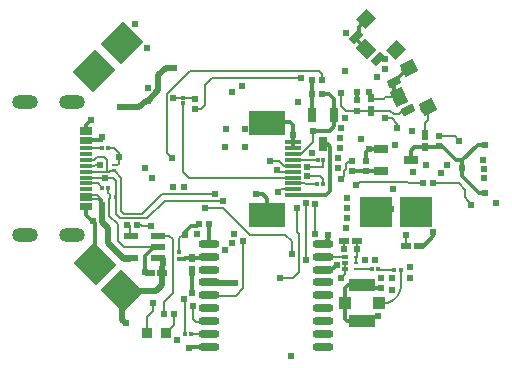
<source format=gbl>
G04 Layer: BottomLayer*
G04 Panelize: , Column: 1, Row: 1, Board Size: 43.14mm x 33.02mm, Panelized Board Size: 43.14mm x 33.02mm*
G04 EasyEDA v6.5.37, 2023-11-04 14:50:19*
G04 5fb9839a784f4b4dba235304687c7bf2,9a4ed40c0dd746429eaf55b84663d2fb,10*
G04 Gerber Generator version 0.2*
G04 Scale: 100 percent, Rotated: No, Reflected: No *
G04 Dimensions in millimeters *
G04 leading zeros omitted , absolute positions ,4 integer and 5 decimal *
%FSLAX45Y45*%
%MOMM*%

%AMMACRO1*21,1,$1,$2,0,0,$3*%
%ADD10C,0.2000*%
%ADD11C,0.3000*%
%ADD12C,0.1600*%
%ADD13C,0.5000*%
%ADD14C,0.2110*%
%ADD15C,0.2032*%
%ADD16MACRO1,0.7X1.25X-90.0000*%
%ADD17MACRO1,0.7X1.25X0.0000*%
%ADD18MACRO1,0.324X0.3031X-90.0000*%
%ADD19R,0.3240X0.3031*%
%ADD20MACRO1,0.324X0.3031X0.0000*%
%ADD21MACRO1,0.27X0.25X0.0000*%
%ADD22MACRO1,0.27X0.25X90.0000*%
%ADD23MACRO1,2.7X2.5X-45.0000*%
%ADD24MACRO1,2.7X2.5X-44.9996*%
%ADD25MACRO1,0.8X0.8X90.0000*%
%ADD26MACRO1,0.2997X1.0998X90.0000*%
%ADD27MACRO1,0.3023X1.0998X90.0000*%
%ADD28MACRO1,0.49X1.157X-90.0000*%
%ADD29MACRO1,0.49X1.175X-90.0000*%
%ADD30MACRO1,0.324X0.3031X90.0000*%
%ADD31MACRO1,2.7X2.5X0.0000*%
%ADD32MACRO1,0.3X1.3X90.0000*%
%ADD33MACRO1,2X3X90.0000*%
%ADD34MACRO1,2.7X2.5X-135.0000*%
%ADD35MACRO1,2.7X2.5X-134.9996*%
%ADD36O,1.7729962X0.6999986*%
%ADD37MACRO1,2.2X1.1X0.0000*%
%ADD38MACRO1,1.05X1X-90.0000*%
%ADD39R,0.4250X0.2800*%
%ADD40MACRO1,0.425X0.28X0.0000*%
%ADD41MACRO1,0.324X0.3685X-90.0000*%
%ADD42MACRO1,0.54X0.7901X90.0000*%
%ADD43R,0.5400X0.5657*%
%ADD44MACRO1,0.54X0.5656X0.0000*%
%ADD45MACRO1,0.54X0.5656X90.0000*%
%ADD46MACRO1,0.54X0.7901X-90.0000*%
%ADD47R,0.5400X0.7901*%
%ADD48MACRO1,0.54X0.7901X0.0000*%
%ADD49R,0.3240X0.3684*%
%ADD50MACRO1,0.324X0.3685X0.0000*%
%ADD51MACRO1,0.54X0.5656X-90.0000*%
%ADD52MACRO1,0.7X1.1X134.9985*%
%ADD53MACRO1,0.7X1.1X135.0015*%
%ADD54MACRO1,1.4X1.1X135.0000*%
%ADD55MACRO1,1.15X1.2X135.0009*%
%ADD56MACRO1,0.7X1.1X116.0007*%
%ADD57MACRO1,1.4X1.1X115.9997*%
%ADD58MACRO1,1.15X1.2X115.9997*%
%ADD59O,2.1999956000000003X1.1999976*%
%ADD60C,0.8000*%
%ADD61C,0.6096*%
%ADD62C,0.6200*%
%ADD63C,0.0160*%

%LPD*%
D10*
X-397499Y172463D02*
G01*
X-340883Y172463D01*
X-312668Y144254D01*
X-312668Y-236225D01*
X-313179Y-236735D01*
X-313179Y-310395D01*
D11*
X-544319Y-131833D02*
G01*
X-544319Y518D01*
X-467276Y77561D01*
X-397426Y77561D01*
X962230Y-109888D02*
G01*
X1039700Y-109888D01*
X1079070Y-70518D01*
D10*
X1622043Y-230631D02*
G01*
X1622043Y-230631D01*
X1620812Y-110459D01*
X1433146Y-394114D02*
G01*
X1503172Y-394207D01*
X-480997Y-391574D02*
G01*
X-480743Y-463710D01*
X-526463Y-509938D01*
X-526463Y-646082D01*
D12*
X-386433Y-490735D02*
G01*
X-386433Y-383651D01*
X-313176Y-310395D01*
X-366445Y-646841D02*
G01*
X-299869Y-580265D01*
X-299869Y-490735D01*
D11*
X2141222Y746498D02*
G01*
X2141222Y817219D01*
X2271260Y947257D01*
X2331684Y947257D01*
X2141222Y746498D02*
G01*
X2141222Y679582D01*
X2279185Y541619D01*
X2333470Y541619D01*
D13*
X-520113Y1319877D02*
G01*
X-434261Y1405729D01*
X-434261Y1535269D01*
X-370253Y1599277D01*
X-299641Y1599277D01*
D12*
X955626Y1494629D02*
G01*
X955626Y1548985D01*
X929972Y1574639D01*
X-164513Y1574639D01*
X-362633Y1376519D01*
X-362633Y876901D01*
X-318691Y832959D01*
D13*
X-758111Y1265013D02*
G01*
X-593011Y1266029D01*
X-538909Y1319877D01*
X-520113Y1319877D01*
D11*
X1241717Y1858746D02*
G01*
X1264920Y1881949D01*
X1264920Y1943354D01*
X1321287Y1999721D01*
X1321287Y2012543D01*
D12*
X1804494Y619599D02*
G01*
X1687908Y619599D01*
X1673176Y634331D01*
X1271094Y634331D01*
X1240868Y604105D01*
D11*
X1562684Y1475554D02*
G01*
X1682193Y1595064D01*
X1687977Y1595064D01*
D10*
X-1045385Y999075D02*
G01*
X-907463Y999075D01*
X-907463Y1011775D01*
D11*
X962304Y110004D02*
G01*
X1000000Y147701D01*
X1000000Y180078D01*
X1148158Y-394114D02*
G01*
X1148158Y-265844D01*
X1170002Y-244000D01*
X1290652Y-244000D01*
X1290652Y-543974D02*
G01*
X1164668Y-543974D01*
X1148158Y-527718D01*
X1148158Y-394114D01*
X1290657Y-243987D02*
G01*
X1314645Y-267977D01*
X1452628Y-267977D01*
D10*
X1112522Y653280D02*
G01*
X1139700Y680458D01*
X1139700Y725086D01*
X1156616Y742002D01*
X1156616Y786030D01*
X1180706Y810120D01*
X1208788Y810120D01*
X706706Y868773D02*
G01*
X775540Y868773D01*
X878410Y971643D01*
X878410Y1064607D01*
X706617Y568868D02*
G01*
X602914Y568868D01*
X580138Y546092D01*
D12*
X596140Y-181109D02*
G01*
X710412Y-181109D01*
X757504Y-134015D01*
X757504Y157827D01*
X757504Y157827D02*
G01*
X757504Y191439D01*
X737618Y211325D01*
X737618Y410202D01*
X-255777Y35813D02*
G01*
X-255777Y154790D01*
X-227187Y183380D01*
X-206499Y183380D01*
D10*
X45798Y528921D02*
G01*
X-402511Y528921D01*
X-568373Y363059D01*
X-722043Y363059D01*
X-746173Y387189D01*
X-746173Y667351D01*
X-800529Y721707D01*
X-852599Y721707D01*
D11*
X-89004Y271769D02*
G01*
X-103725Y257047D01*
X-160776Y257047D01*
X-206499Y211325D01*
X-206499Y183380D01*
X-177213Y-774098D02*
G01*
X-173116Y-770001D01*
X0Y-770001D01*
X-149349Y-124112D02*
G01*
X-151884Y-126646D01*
X-151884Y-306837D01*
D10*
X-812467Y770983D02*
G01*
X-785289Y770983D01*
X-769033Y787239D01*
X-769033Y842611D01*
X-769033Y842611D02*
G01*
X-769033Y879949D01*
X-805609Y916271D01*
X-861743Y916271D01*
X-628878Y264413D02*
G01*
X-576577Y263144D01*
X-575045Y261612D01*
X-495297Y261612D01*
X-847265Y491583D02*
G01*
X-847265Y344263D01*
X-774875Y271873D01*
X-774875Y130903D01*
X-721535Y77563D01*
X-397431Y77563D01*
D13*
X-676831Y-17432D02*
G01*
X-725853Y-17432D01*
X-859203Y115917D01*
X-859203Y239615D01*
X-910257Y290669D01*
X-910257Y433925D01*
D10*
X-858187Y581499D02*
G01*
X-858187Y541621D01*
X-842947Y526127D01*
X-842947Y506569D01*
D11*
X-989073Y302252D02*
G01*
X-971951Y285130D01*
X-971951Y-60904D01*
X-1045448Y438960D02*
G01*
X-1047493Y355597D01*
X-994150Y302252D01*
X-989073Y302252D01*
X-1045385Y1048857D02*
G01*
X-1042334Y1051907D01*
X-1042334Y1111575D01*
X-1001773Y1152136D01*
X1321818Y809591D02*
G01*
X1321818Y885977D01*
X1350337Y914496D01*
X1350342Y914493D02*
G01*
X1350342Y914493D01*
X1455752Y914493D01*
X706706Y519015D02*
G01*
X989916Y519015D01*
X1022428Y551527D01*
X1022428Y929479D01*
X1000330Y951323D01*
X961214Y951323D01*
X1771545Y91942D02*
G01*
X1813044Y91942D01*
X1891794Y170693D01*
X1891794Y203700D01*
D10*
X1662503Y185132D02*
G01*
X1662534Y185102D01*
X1662534Y91940D01*
D11*
X1824992Y923383D02*
G01*
X1735406Y923383D01*
X1705688Y893665D01*
X1705688Y819500D01*
X1321818Y723028D02*
G01*
X1454282Y723028D01*
X1455757Y724504D01*
X1208788Y723536D02*
G01*
X1321315Y723536D01*
X1321823Y723028D01*
X1056210Y1201259D02*
G01*
X1056210Y1101437D01*
X1019380Y1064607D01*
X878410Y1064607D01*
D10*
X1365585Y1343766D02*
G01*
X1373057Y1336294D01*
X1475231Y1336294D01*
X1488823Y1349885D01*
X1607271Y1349885D01*
D11*
X1246202Y1321147D02*
G01*
X1247726Y1391759D01*
X487332Y353903D02*
G01*
X487332Y488027D01*
X448828Y526534D01*
X392940Y526534D01*
X487329Y1133911D02*
G01*
X491337Y1137920D01*
X681227Y1137920D01*
X706627Y1112520D01*
X706627Y1032763D01*
X706681Y968910D02*
G01*
X706630Y968961D01*
X706630Y1032756D01*
X706683Y918926D02*
G01*
X706683Y968913D01*
X1324815Y1754459D02*
G01*
X1241717Y1837557D01*
X1241717Y1858746D01*
X1607271Y1349885D02*
G01*
X1562684Y1394472D01*
X1562684Y1475554D01*
X-255775Y-19057D02*
G01*
X-210106Y-19057D01*
X-206143Y-15097D01*
X-149354Y-15097D01*
D10*
X113362Y470247D02*
G01*
X-380159Y470247D01*
X-526971Y323435D01*
X-754301Y323435D01*
X-794433Y363567D01*
X-794433Y635855D01*
X-820341Y661763D01*
X-884095Y661763D01*
D12*
X1429128Y1671368D02*
G01*
X1432232Y1668264D01*
X1485394Y1668264D01*
X-119555Y1247995D02*
G01*
X-71549Y1247995D01*
X-40053Y1279491D01*
X-40053Y1451957D01*
X19636Y1511647D01*
X774700Y1509776D01*
X1246207Y1234531D02*
G01*
X1154257Y1234531D01*
X1110744Y1278044D01*
X1110744Y1380990D01*
X1110744Y1380990D02*
G01*
X1110744Y1412742D01*
X1112014Y1414012D01*
D10*
X1149581Y-105801D02*
G01*
X1149581Y-148369D01*
X1116840Y-181109D01*
D12*
X1940816Y1020157D02*
G01*
X2077107Y1020157D01*
X2116071Y981196D01*
X1486489Y1170132D02*
G01*
X1542361Y1170132D01*
X1588264Y1124231D01*
X1588264Y1088890D01*
D11*
X1940813Y933594D02*
G01*
X1930600Y923383D01*
X1824992Y923383D01*
D12*
X963780Y818596D02*
G01*
X963780Y760722D01*
X827280Y760722D01*
X913208Y617059D02*
G01*
X706706Y618837D01*
X961499Y617174D02*
G01*
X961499Y654194D01*
X937775Y677918D01*
X827534Y677918D01*
X706681Y818923D02*
G01*
X812545Y818923D01*
X812886Y818583D01*
X915469Y818583D01*
X706683Y768913D02*
G01*
X627578Y768913D01*
X590710Y805781D01*
X514682Y805781D01*
X820168Y-28455D02*
G01*
X820168Y245866D01*
X815599Y250436D01*
X815599Y451858D01*
X706704Y718911D02*
G01*
X586897Y718911D01*
X574296Y731512D01*
X696038Y18127D02*
G01*
X696038Y132173D01*
X643204Y185008D01*
X341703Y185008D01*
X112953Y413758D01*
X-40891Y413758D01*
X706706Y668875D02*
G01*
X-173149Y668875D01*
X-223695Y719421D01*
X-223695Y1297017D01*
D10*
X78Y-330106D02*
G01*
X221058Y-330106D01*
X286082Y-265082D01*
X286082Y129379D01*
X1141989Y63235D02*
G01*
X1137262Y67965D01*
X1137262Y134866D01*
X1149581Y-55811D02*
G01*
X1149581Y-99580D01*
X1142039Y-107121D01*
X1237084Y-5798D02*
G01*
X1246281Y3398D01*
X1246281Y61368D01*
X1246278Y61371D02*
G01*
X1246278Y134866D01*
X1237084Y-55811D02*
G01*
X1237084Y-14655D01*
X1229550Y-7122D01*
X1427736Y-108465D02*
G01*
X1429765Y-110495D01*
X1565429Y-110495D01*
X1237079Y-105801D02*
G01*
X1370208Y-105801D01*
X1372872Y-108465D01*
X1149581Y-5798D02*
G01*
X1143784Y-2D01*
X962304Y-2D01*
D12*
X895352Y193286D02*
G01*
X895431Y193365D01*
X895431Y441037D01*
D13*
X-5Y-219989D02*
G01*
X5311Y-225305D01*
X213108Y-225305D01*
D10*
X81Y-550072D02*
G01*
X-7284Y-557184D01*
X-111168Y-557184D01*
X-142745Y-525607D01*
X-142745Y-420123D01*
X-208810Y-658624D02*
G01*
X-208810Y-367012D01*
X-212595Y-363227D01*
X-160449Y-658528D02*
G01*
X78Y-660052D01*
D13*
X-398132Y-143002D02*
G01*
X-398132Y-239890D01*
X-454416Y-296171D01*
X-736699Y-296171D01*
X-397431Y-17432D02*
G01*
X-398193Y-142908D01*
X-706046Y-566580D02*
G01*
X-736699Y-535924D01*
X-736699Y-296171D01*
D10*
X-1045461Y968923D02*
G01*
X-1035215Y979167D01*
X-911092Y979167D01*
X-907539Y982723D01*
X-907539Y1011674D01*
X-1045448Y488995D02*
G01*
X-945436Y488995D01*
X-910333Y453895D01*
X-910333Y433824D01*
X-1045461Y518972D02*
G01*
X-953571Y518972D01*
X-910333Y475734D01*
X-910333Y433824D01*
X-1045385Y818989D02*
G01*
X-973757Y818989D01*
X-952167Y840579D01*
X-892477Y840579D01*
X-865299Y813655D01*
X-865299Y721707D01*
X-677186Y264406D02*
G01*
X-677186Y172918D01*
X-676826Y172557D01*
X-906523Y581398D02*
G01*
X-944029Y618904D01*
X-1045461Y618904D01*
X-1045385Y718913D02*
G01*
X-854377Y718913D01*
X-1045461Y668837D02*
G01*
X-891346Y668837D01*
X-884171Y661662D01*
X-1045385Y768951D02*
G01*
X-979345Y767935D01*
X-970709Y776571D01*
X-924989Y776571D01*
X-1045461Y919022D02*
G01*
X-1042609Y916170D01*
X-910104Y916170D01*
D11*
X81Y110073D02*
G01*
X-2435Y112590D01*
X-2435Y271772D01*
X-149349Y-15095D02*
G01*
X-15097Y-15095D01*
X-5Y-2D01*
X1056215Y1201361D02*
G01*
X1056215Y1333451D01*
X1015809Y1373852D01*
X952941Y1373852D01*
X866223Y1201361D02*
G01*
X869175Y1204313D01*
X869175Y1494502D01*
D12*
X1678863Y1237378D02*
G01*
X1641358Y1237366D01*
X1607139Y1203154D01*
X1559664Y1203154D01*
X1528284Y1234531D01*
X1246207Y1234531D01*
D14*
X-223695Y1345404D02*
G01*
X-130403Y1345404D01*
X-130403Y1345402D01*
X-119550Y1334556D01*
D15*
X-304975Y1344109D02*
G01*
X-303682Y1345402D01*
X-223692Y1345402D01*
D11*
X1940816Y933594D02*
G01*
X1968860Y933594D01*
X2085238Y817219D01*
X2141222Y817219D01*
D12*
X1891108Y619599D02*
G01*
X2109040Y619599D01*
X2164158Y564227D01*
X2164158Y501997D01*
X2215720Y438243D01*
D10*
X1825068Y1032349D02*
G01*
X1825068Y1134203D01*
X1850214Y1159349D01*
X1850214Y1262473D01*
D16*
G01*
X1705688Y819497D03*
G01*
X1455752Y914493D03*
G01*
X1455752Y724501D03*
D17*
G01*
X961214Y951323D03*
G01*
X1056210Y1201259D03*
G01*
X866218Y1201259D03*
D18*
G01*
X961494Y617059D03*
G01*
X913183Y617059D03*
D19*
G01*
X-223695Y1345303D03*
D20*
G01*
X-223695Y1296992D03*
D18*
G01*
X963780Y818481D03*
G01*
X915469Y818481D03*
D21*
G01*
X-812467Y728692D03*
G01*
X-812467Y771110D03*
D22*
G01*
X-800402Y506569D03*
G01*
X-842820Y506569D03*
D23*
G01*
X-971875Y-60822D03*
D24*
G01*
X-736620Y-296076D03*
D25*
G01*
X-366565Y-646828D03*
G01*
X-526465Y-646127D03*
D26*
G01*
X-1045382Y488970D03*
G01*
X-1045382Y518942D03*
G01*
X-1045382Y568980D03*
D27*
G01*
X-1045382Y618891D03*
D26*
G01*
X-1045382Y668802D03*
G01*
X-1045382Y718840D03*
G01*
X-1045382Y768878D03*
G01*
X-1045382Y818916D03*
G01*
X-1045382Y868954D03*
G01*
X-1045382Y918992D03*
D27*
G01*
X-1045382Y968903D03*
D26*
G01*
X-1045382Y999002D03*
G01*
X-1045382Y438932D03*
G01*
X-1045382Y408960D03*
G01*
X-1045382Y1048786D03*
D27*
G01*
X-1045382Y1078885D03*
D28*
G01*
X-434797Y174243D03*
G01*
X-434797Y79248D03*
G01*
X-434797Y-15748D03*
D29*
G01*
X-665530Y-15748D03*
G01*
X-665530Y174243D03*
D30*
G01*
X-906472Y581499D03*
G01*
X-858161Y581499D03*
D18*
G01*
X-861717Y916271D03*
G01*
X-910028Y916271D03*
D31*
G01*
X1744978Y376426D03*
G01*
X1412279Y376426D03*
D32*
G01*
X706615Y518853D03*
G01*
X706615Y568853D03*
G01*
X706615Y618853D03*
G01*
X706615Y668853D03*
G01*
X706615Y718853D03*
G01*
X706615Y768852D03*
G01*
X706615Y818852D03*
G01*
X706615Y868852D03*
G01*
X706615Y918852D03*
G01*
X706615Y968852D03*
D33*
G01*
X487265Y1133853D03*
G01*
X487268Y353852D03*
D34*
G01*
X-742574Y1809485D03*
D35*
G01*
X-977827Y1574231D03*
D36*
G01*
X2Y-770008D03*
G01*
X2Y-660001D03*
G01*
X2Y-549993D03*
G01*
X2Y-440011D03*
G01*
X2Y-330004D03*
G01*
X2Y-219997D03*
G01*
X2Y-110015D03*
G01*
X2Y-7D03*
G01*
X2Y109999D03*
G01*
X962306Y109999D03*
G01*
X962306Y-7D03*
G01*
X962306Y-110015D03*
G01*
X962306Y-219997D03*
G01*
X962306Y-330004D03*
G01*
X962306Y-440011D03*
G01*
X962306Y-549993D03*
G01*
X962306Y-660001D03*
G01*
X962306Y-770008D03*
D37*
G01*
X1290645Y-243998D03*
D38*
G01*
X1148158Y-394000D03*
D37*
G01*
X1290647Y-544000D03*
D38*
G01*
X1433151Y-394000D03*
D39*
G01*
X1237084Y-5824D03*
G01*
X1237084Y-55811D03*
G01*
X1237084Y-105824D03*
D40*
G01*
X1149579Y-105816D03*
G01*
X1149579Y-55816D03*
G01*
X1149579Y-5816D03*
D41*
G01*
X1427723Y-108457D03*
G01*
X1372880Y-108457D03*
D42*
G01*
X1137262Y134873D03*
G01*
X1246273Y134873D03*
D43*
G01*
X1208788Y723536D03*
D44*
G01*
X1208786Y810108D03*
D45*
G01*
X869166Y1494490D03*
G01*
X955732Y1494490D03*
G01*
X1804567Y619506D03*
G01*
X1891132Y619506D03*
D43*
G01*
X1940816Y1020157D03*
D44*
G01*
X1940813Y933601D03*
D46*
G01*
X1771545Y91948D03*
G01*
X1662534Y91948D03*
D47*
G01*
X-149349Y-15095D03*
D48*
G01*
X-149352Y-124101D03*
D41*
G01*
X1620255Y-110489D03*
G01*
X1565412Y-110489D03*
D46*
G01*
X-398122Y-143001D03*
G01*
X-507133Y-143001D03*
D18*
G01*
X-160502Y-658621D03*
G01*
X-208813Y-658621D03*
D49*
G01*
X-255775Y-19032D03*
D50*
G01*
X-255778Y35803D03*
D51*
G01*
X-2437Y271780D03*
G01*
X-89002Y271780D03*
D43*
G01*
X1321818Y723028D03*
D44*
G01*
X1321815Y809600D03*
D43*
G01*
X-119555Y1334584D03*
D44*
G01*
X-119552Y1248007D03*
D52*
G01*
X1429109Y1671365D03*
D53*
G01*
X1241725Y1858749D03*
D54*
G01*
X1324811Y1754450D03*
D55*
G01*
X1582905Y1750917D03*
G01*
X1321276Y2012544D03*
D51*
G01*
X952938Y1373840D03*
G01*
X866372Y1373840D03*
D56*
G01*
X1678846Y1237367D03*
G01*
X1562677Y1475549D03*
D57*
G01*
X1607278Y1349882D03*
D58*
G01*
X1850161Y1262514D03*
G01*
X1687964Y1595066D03*
D47*
G01*
X1365582Y1343753D03*
D48*
G01*
X1365585Y1234752D03*
D43*
G01*
X1246202Y1234533D03*
D44*
G01*
X1246205Y1321111D03*
D47*
G01*
X1824992Y923383D03*
D48*
G01*
X1824990Y1032405D03*
D51*
G01*
X-609672Y264507D03*
G01*
X-696238Y264507D03*
G01*
X-299871Y-490727D03*
G01*
X-386436Y-490727D03*
D10*
G75*
G01*
X1508252Y-392430D02*
G03*
X1621658Y-230657I-41649J149833D01*
D59*
G01*
X-1160447Y181907D03*
G01*
X-1560446Y181907D03*
G01*
X-1160447Y1305882D03*
G01*
X-1560446Y1305882D03*
D60*
G01*
X1562254Y1730265D03*
G01*
X1300609Y1991885D03*
G01*
X1823900Y1249697D03*
G01*
X1661695Y1582234D03*
D61*
G01*
X-520113Y1319979D03*
G01*
X1891794Y203700D03*
G01*
X-526463Y1764225D03*
G01*
X-758111Y1265115D03*
G01*
X693676Y-839223D03*
G01*
X-523669Y1429453D03*
G01*
X277954Y1440121D03*
G01*
X187784Y1391861D03*
G01*
X-299641Y1599379D03*
G01*
X-304975Y1344109D03*
G01*
X-978532Y1575046D03*
G01*
X-733219Y1695899D03*
G01*
X-631111Y1972657D03*
G01*
X-1001773Y1152136D03*
G01*
X1110744Y1380990D03*
G01*
X1486486Y1170119D03*
G01*
X1588264Y1088890D03*
G01*
X1797306Y403344D03*
G01*
X1536448Y405376D03*
G01*
X-925065Y776470D03*
G01*
X-884171Y661662D03*
G01*
X45722Y528820D03*
G01*
X113286Y470146D03*
G01*
X-910333Y433824D03*
G01*
X-907539Y1011674D03*
G01*
X-706041Y-566580D03*
G01*
X-481073Y-391675D03*
G01*
X-212595Y-363227D03*
G01*
X210060Y192270D03*
G01*
X187962Y115308D03*
G01*
X-142745Y-420123D03*
G01*
X286006Y129278D03*
G01*
X213108Y-225305D03*
G01*
X895352Y193286D03*
G01*
X895352Y440936D03*
G01*
X695962Y18026D03*
G01*
X-40891Y413758D03*
G01*
X1116840Y-181109D03*
G01*
X1141986Y63238D03*
G01*
X1160274Y497578D03*
G01*
X1163322Y410456D03*
G01*
X1162814Y328160D03*
G01*
X-545335Y748276D03*
G01*
X-489201Y664964D03*
G01*
X-218691Y592320D03*
G01*
X-307591Y589272D03*
G01*
X827534Y677918D03*
G01*
X820168Y-28455D03*
G01*
X815596Y451858D03*
G01*
X574296Y731512D03*
G01*
X596140Y-181109D03*
G01*
X737618Y410202D03*
G01*
X514682Y805781D03*
G01*
X827280Y760722D03*
G01*
X-318767Y832858D03*
G01*
X2333475Y541621D03*
G01*
X2331697Y947259D03*
G01*
X2141222Y746498D03*
G01*
X2116076Y981194D03*
G01*
X2215771Y438142D03*
G01*
X1713740Y1066030D03*
G01*
X1089662Y749292D03*
G01*
X1090170Y832604D03*
G01*
X1107950Y919726D03*
G01*
X1103886Y1007610D03*
G01*
X1145542Y1170678D03*
G01*
X1116586Y1089144D03*
G01*
X1724154Y718304D03*
G01*
X1960628Y708906D03*
G01*
X1833374Y776978D03*
G01*
X2012952Y771644D03*
G01*
X1570230Y945126D03*
G01*
X140972Y1076952D03*
G01*
X134114Y931410D03*
G01*
X300230Y1080508D03*
G01*
X296674Y931410D03*
G01*
X1148336Y1573268D03*
G01*
X1483870Y1585968D03*
G01*
X774702Y1509768D03*
G01*
X1485394Y1668264D03*
G01*
X706630Y1032756D03*
G01*
X392940Y526534D03*
G01*
X749302Y1309616D03*
G01*
X1421640Y1517388D03*
G01*
X1247726Y1391759D03*
G01*
X1157556Y1892139D03*
G01*
X1283464Y994656D03*
G01*
X878410Y1064607D03*
G01*
X2318133Y817872D03*
G01*
X2428877Y454398D03*
G01*
X1662508Y185132D03*
G01*
X1246278Y61358D03*
G01*
X-989073Y302252D03*
G01*
X-1013711Y-135389D03*
G01*
X-769109Y842510D03*
G01*
X-495297Y261612D03*
G01*
X-151889Y-306839D03*
G01*
X-177213Y-774098D03*
G01*
X-206499Y183380D03*
G01*
X-272539Y-709429D03*
G01*
X129034Y52824D03*
G01*
X-105915Y187444D03*
G01*
X580138Y546092D03*
G01*
X870460Y875022D03*
G01*
X1112522Y653280D03*
G01*
X1350342Y914493D03*
G01*
X1555828Y572863D03*
G01*
X1240792Y604004D03*
G01*
X1078994Y-70619D03*
G01*
X1452628Y-267977D03*
G01*
X1000000Y180078D03*
G01*
X2321943Y742942D03*
G01*
X2323238Y667504D03*
G01*
X1346964Y1389118D03*
D62*
G01*
X-544319Y-131833D03*
D61*
G01*
X1159258Y245356D03*
G01*
X1314198Y-32519D03*
G01*
X1402844Y-30233D03*
G01*
X1452882Y-181617D03*
G01*
X1543052Y-183649D03*
G01*
X1696468Y-178061D03*
G01*
X1694436Y-88653D03*
G01*
X1541274Y-280423D03*
G01*
X1425450Y-505213D03*
G01*
X1148158Y-394114D03*
G01*
X1290652Y-543974D03*
G01*
X1290652Y-244000D03*
M02*

</source>
